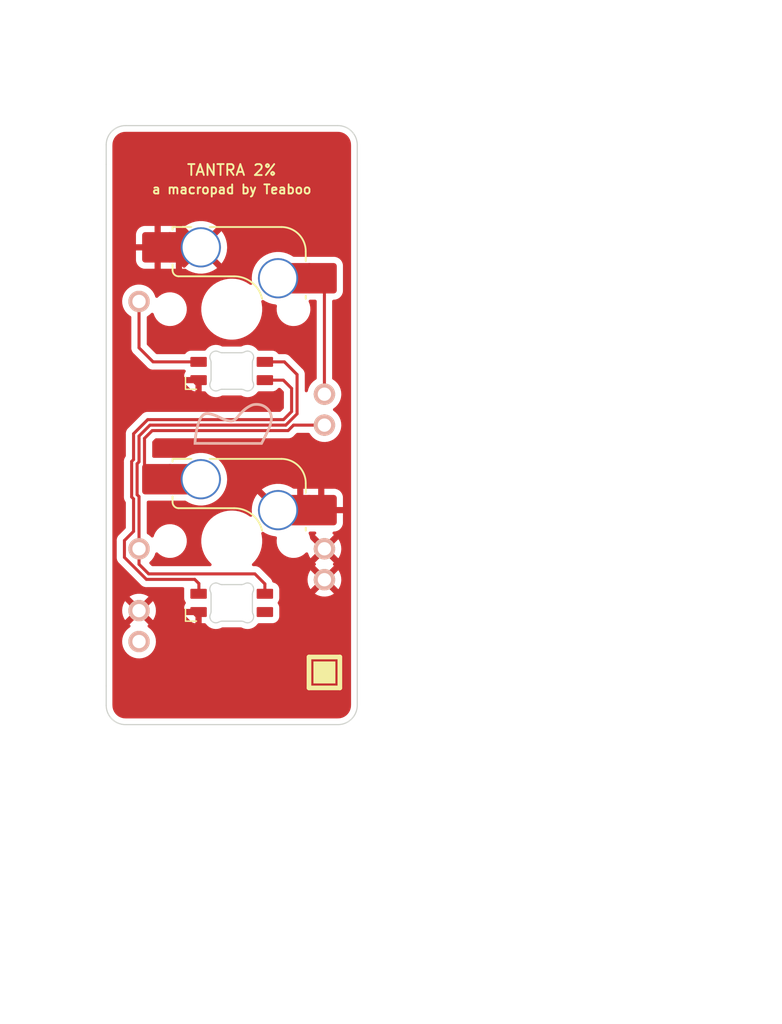
<source format=kicad_pcb>
(kicad_pcb (version 20211014) (generator pcbnew)
  (layers (0 "F.Cu" signal) (31 "B.Cu" signal) (34 "B.Paste" user) (35 "F.Paste" user) (36 "B.SilkS" user "B.Silkscreen") (37 "F.SilkS" user "F.Silkscreen") (38 "B.Mask" user) (39 "F.Mask" user) (44 "Edge.Cuts" user))
  (net 0 "")
  (net 1 "GND")
  (net 2 "vcc1")
  (net 3 "led 2")
  (net 4 "led 1")
  (net 5 "sw1")
  (net 6 "sw2")
  (footprint "keebio:ArduinoProMicro" (layer "F.Cu") (at 128.905 74.45375 90)
    (fp_text reference "U1" hide)
    (fp_text value "ProMicro" hide)
    (pad "3" thru_hole circle (at -8.89 7.62 90) (size 1.7526 1.7526) (drill 1.0922) (layers *.Cu *.SilkS *.Mask) (net 1 "GND"))
    (pad "4" thru_hole circle (at -6.35 7.62 90) (size 1.7526 1.7526) (drill 1.0922) (layers *.Cu *.SilkS *.Mask) (net 1 "GND"))
    (pad "8" thru_hole circle (at 3.81 7.62 90) (size 1.7526 1.7526) (drill 1.0922) (layers *.Cu *.SilkS *.Mask) (net 6 "sw2"))
    (pad "9" thru_hole circle (at 6.35 7.62 90) (size 1.7526 1.7526) (drill 1.0922) (layers *.Cu *.SilkS *.Mask) (net 5 "sw1"))
    (pad "13" thru_hole circle (at 13.97 -7.62 90) (size 1.7526 1.7526) (drill 1.0922) (layers *.Cu *.SilkS *.Mask) (net 4 "led 1"))
    (pad "21" thru_hole circle (at -6.35 -7.62 90) (size 1.7526 1.7526) (drill 1.0922) (layers *.Cu *.SilkS *.Mask) (net 2 "vcc1"))
    (pad "23" thru_hole circle (at -11.43 -7.62 90) (size 1.7526 1.7526) (drill 1.0922) (layers *.Cu *.SilkS *.Mask) (net 1 "GND"))
    (pad "24" thru_hole circle (at -13.97 -7.62 90) (size 1.7526 1.7526) (drill 1.0922) (layers *.Cu *.SilkS *.Mask))
  )
  (footprint "marbastlib-mx:SW_MX_HS_1u" (layer "F.Cu") (at 128.905 80.16875)
    (fp_text reference "SW2" hide)
    (fp_text value "MX_SW_HS" hide)
    (fp_line (start 4.085176 -6.75022) (end -1.814824 -6.75022) (layer "F.SilkS") (width 0.15))
    (fp_line (start -3.314824 -6.75022) (end -4.864824 -6.75022) (layer "F.SilkS") (width 0.15))
    (fp_line (start 6.085176 -1.10022) (end 6.085176 -0.86022) (layer "F.SilkS") (width 0.15))
    (fp_line (start -4.364824 -2.70022) (end 0.2 -2.70022) (layer "F.SilkS") (width 0.15))
    (fp_line (start -4.864824 -3.67022) (end -4.864824 -3.20022) (layer "F.SilkS") (width 0.15))
    (fp_line (start -4.864824 -6.75022) (end -4.864824 -6.52022) (layer "F.SilkS") (width 0.15))
    (fp_line (start 6.085176 -3.95022) (end 6.085176 -4.75022) (layer "F.SilkS") (width 0.15))
    (fp_arc (start 0.2 -2.70022) (mid 1.670693 -2.183637) (end 2.494322 -0.86022) (layer "F.SilkS") (width 0.15))
    (fp_arc (start 4.085176 -6.75022) (mid 5.499392 -6.164435) (end 6.085176 -4.75022) (layer "F.SilkS") (width 0.15))
    (fp_arc (start -4.364824 -2.70022) (mid -4.718377 -2.846667) (end -4.864824 -3.20022) (layer "F.SilkS") (width 0.15))
    (pad "" np_thru_hole circle (at -5.08 0) (size 1.75 1.75) (drill 1.75) (layers *.Cu *.Mask))
    (pad "" np_thru_hole circle (at 5.08 0) (size 1.75 1.75) (drill 1.75) (layers *.Cu *.Mask))
    (pad "" np_thru_hole circle (at 0 0) (size 3.9878 3.9878) (drill 3.9878) (layers *.Cu *.Mask))
    (pad "1" thru_hole circle (at 3.81 -2.54) (size 3.3 3.3) (drill 3) (layers *.Cu *.Mask) (net 1 "GND"))
    (pad "1" smd rect (at 5.635 -2.54 180) (size 1.65 2.5) (layers "F.Cu") (net 1 "GND"))
    (pad "1" smd roundrect (at 7.36 -2.54) (size 2.55 2.5) (layers "F.Cu" "F.Paste" "F.Mask") (roundrect_rratio 0.1) (net 1 "GND"))
    (pad "2" thru_hole circle (at -2.54 -5.08) (size 3.3 3.3) (drill 3) (layers *.Cu *.Mask) (net 6 "sw2"))
    (pad "2" smd rect (at -4.34 -5.08) (size 1.65 2.5) (layers "F.Cu") (net 6 "sw2"))
    (pad "2" smd roundrect (at -6.09 -5.08) (size 2.55 2.5) (layers "F.Cu" "F.Paste" "F.Mask") (roundrect_rratio 0.1) (net 6 "sw2"))
  )
  (footprint "marbastlib-mx:LED_MX_6028R" (layer "F.Cu") (at 128.905 66.19875)
    (fp_text reference "LED1" hide)
    (fp_text value "MX_SK6812MINI-E" hide)
    (fp_line (start -3.8 1.5) (end -2.9 1.5) (layer "F.SilkS") (width 0.12))
    (fp_line (start -3.8 0.5) (end -3.8 1.5) (layer "F.SilkS") (width 0.12))
    (fp_line (start -0.794452 1.499999) (end 0.794452 1.499999) (layer "Edge.Cuts") (width 0.1))
    (fp_line (start 0.794452 -1.5) (end -0.794453 -1.5) (layer "Edge.Cuts") (width 0.1))
    (fp_line (start 1.699999 0.702841) (end 1.699999 -0.702843) (layer "Edge.Cuts") (width 0.1))
    (fp_line (start -1.699999 -0.702843) (end -1.699999 0.702841) (layer "Edge.Cuts") (width 0.1))
    (fp_arc (start -0.794453 -1.5) (mid -0.925123 -1.517377) (end -1.046711 -1.568299) (layer "Edge.Cuts") (width 0.1))
    (fp_arc (start -1.046711 1.568298) (mid -1.638072 1.504034) (end -1.749484 0.919718) (layer "Edge.Cuts") (width 0.1))
    (fp_arc (start 1.749484 0.919719) (mid 1.712511 0.81407) (end 1.699999 0.702842) (layer "Edge.Cuts") (width 0.1))
    (fp_arc (start 1.699999 -0.702843) (mid 1.712528 -0.814069) (end 1.749484 -0.919721) (layer "Edge.Cuts") (width 0.1))
    (fp_arc (start -1.046711 1.568298) (mid -0.925123 1.517376) (end -0.794452 1.499999) (layer "Edge.Cuts") (width 0.1))
    (fp_arc (start -1.749484 -0.919721) (mid -1.638071 -1.504036) (end -1.046711 -1.568299) (layer "Edge.Cuts") (width 0.1))
    (fp_arc (start 1.046711 -1.5683) (mid 0.925123 -1.517378) (end 0.794453 -1.500001) (layer "Edge.Cuts") (width 0.1))
    (fp_arc (start -1.699999 0.702841) (mid -1.712527 0.814067) (end -1.749484 0.919719) (layer "Edge.Cuts") (width 0.1))
    (fp_arc (start 1.046711 -1.5683) (mid 1.638072 -1.504036) (end 1.749484 -0.919721) (layer "Edge.Cuts") (width 0.1))
    (fp_arc (start 1.749484 0.919719) (mid 1.63807 1.504033) (end 1.046711 1.568296) (layer "Edge.Cuts") (width 0.1))
    (fp_arc (start 0.794452 1.499999) (mid 0.925122 1.517376) (end 1.04671 1.568298) (layer "Edge.Cuts") (width 0.1))
    (fp_arc (start -1.749484 -0.919721) (mid -1.712527 -0.814069) (end -1.699999 -0.702844) (layer "Edge.Cuts") (width 0.1))
    (pad "1" smd roundrect (at 2.725 -0.75 90) (size 0.82 1.35) (layers "F.Cu" "F.Paste" "F.Mask") (roundrect_rratio 0.1) (net 2 "vcc1"))
    (pad "2" smd roundrect (at 2.725 0.75 90) (size 0.82 1.35) (layers "F.Cu" "F.Paste" "F.Mask") (roundrect_rratio 0.1) (net 3 "led 2"))
    (pad "3" smd roundrect (at -2.725 -0.75 90) (size 0.82 1.35) (layers "F.Cu" "F.Paste" "F.Mask") (roundrect_rratio 0.1) (net 4 "led 1"))
    (pad "4" smd roundrect (at -2.725 0.75 90) (size 0.82 1.35) (layers "F.Cu" "F.Paste" "F.Mask") (roundrect_rratio 0.1) (chamfer_ratio 0.5) (chamfer top_left) (net 1 "GND"))
  )
  (footprint "marbastlib-mx:SW_MX_HS_1u" (layer "F.Cu") (at 128.905 61.11875)
    (fp_text reference "SW1" hide)
    (fp_text value "MX_SW_HS" hide)
    (fp_line (start 6.085176 -1.10022) (end 6.085176 -0.86022) (layer "F.SilkS") (width 0.15))
    (fp_line (start 6.085176 -3.95022) (end 6.085176 -4.75022) (layer "F.SilkS") (width 0.15))
    (fp_line (start 4.085176 -6.75022) (end -1.814824 -6.75022) (layer "F.SilkS") (width 0.15))
    (fp_line (start -3.314824 -6.75022) (end -4.864824 -6.75022) (layer "F.SilkS") (width 0.15))
    (fp_line (start -4.864824 -3.67022) (end -4.864824 -3.20022) (layer "F.SilkS") (width 0.15))
    (fp_line (start -4.364824 -2.70022) (end 0.2 -2.70022) (layer "F.SilkS") (width 0.15))
    (fp_line (start -4.864824 -6.75022) (end -4.864824 -6.52022) (layer "F.SilkS") (width 0.15))
    (fp_arc (start 0.2 -2.70022) (mid 1.670693 -2.183637) (end 2.494322 -0.86022) (layer "F.SilkS") (width 0.15))
    (fp_arc (start 4.085176 -6.75022) (mid 5.499392 -6.164435) (end 6.085176 -4.75022) (layer "F.SilkS") (width 0.15))
    (fp_arc (start -4.364824 -2.70022) (mid -4.718377 -2.846667) (end -4.864824 -3.20022) (layer "F.SilkS") (width 0.15))
    (pad "" np_thru_hole circle (at -5.08 0) (size 1.75 1.75) (drill 1.75) (layers *.Cu *.Mask))
    (pad "" np_thru_hole circle (at 5.08 0) (size 1.75 1.75) (drill 1.75) (layers *.Cu *.Mask))
    (pad "" np_thru_hole circle (at 0 0) (size 3.9878 3.9878) (drill 3.9878) (layers *.Cu *.Mask))
    (pad "1" smd rect (at 5.635 -2.54 180) (size 1.65 2.5) (layers "F.Cu") (net 5 "sw1"))
    (pad "1" smd roundrect (at 7.36 -2.54) (size 2.55 2.5) (layers "F.Cu" "F.Paste" "F.Mask") (roundrect_rratio 0.1) (net 5 "sw1"))
    (pad "1" thru_hole circle (at 3.81 -2.54) (size 3.3 3.3) (drill 3) (layers *.Cu *.Mask) (net 5 "sw1"))
    (pad "2" smd roundrect (at -6.09 -5.08) (size 2.55 2.5) (layers "F.Cu" "F.Paste" "F.Mask") (roundrect_rratio 0.1) (net 1 "GND"))
    (pad "2" thru_hole circle (at -2.54 -5.08) (size 3.3 3.3) (drill 3) (layers *.Cu *.Mask) (net 1 "GND"))
    (pad "2" smd rect (at -4.34 -5.08) (size 1.65 2.5) (layers "F.Cu") (net 1 "GND"))
  )
  (footprint "keebio:ArduinoProMicro" (layer "F.Cu") (at 128.905 76.99375 90)
    (fp_text reference "U1" hide)
    (fp_text value "ProMicro" hide)
    (fp_line (start -15.24 6.35) (end -15.24 8.89) (layer "F.SilkS") (width 0.381))
    (fp_line (start -15.24 6.35) (end -12.7 6.35) (layer "F.SilkS") (width 0.381))
    (fp_line (start -12.7 6.35) (end -12.7 8.89) (layer "F.SilkS") (width 0.381))
    (fp_line (start -15.24 8.89) (end -12.7 8.89) (layer "F.SilkS") (width 0.381))
    (fp_rect (start -14.8463 6.7437) (end -13.0937 8.4963) (layer "F.SilkS") (width 0.05) (fill solid))
  )
  (footprint "marbastlib-mx:LED_MX_6028R" (layer "F.Cu") (at 128.905 85.24875)
    (fp_text reference "LED2" hide)
    (fp_text value "MX_SK6812MINI-E" hide)
    (fp_line (start -3.8 1.5) (end -2.9 1.5) (layer "F.SilkS") (width 0.12))
    (fp_line (start -3.8 0.5) (end -3.8 1.5) (layer "F.SilkS") (width 0.12))
    (fp_line (start 0.794452 -1.5) (end -0.794453 -1.5) (layer "Edge.Cuts") (width 0.1))
    (fp_line (start 1.699999 0.702841) (end 1.699999 -0.702843) (layer "Edge.Cuts") (width 0.1))
    (fp_line (start -0.794452 1.499999) (end 0.794452 1.499999) (layer "Edge.Cuts") (width 0.1))
    (fp_line (start -1.699999 -0.702843) (end -1.699999 0.702841) (layer "Edge.Cuts") (width 0.1))
    (fp_arc (start -1.046711 1.568298) (mid -0.925123 1.517376) (end -0.794452 1.499999) (layer "Edge.Cuts") (width 0.1))
    (fp_arc (start 1.046711 -1.5683) (mid 0.925123 -1.517378) (end 0.794453 -1.500001) (layer "Edge.Cuts") (width 0.1))
    (fp_arc (start 0.794452 1.499999) (mid 0.925122 1.517376) (end 1.04671 1.568298) (layer "Edge.Cuts") (width 0.1))
    (fp_arc (start 1.749484 0.919719) (mid 1.63807 1.504033) (end 1.046711 1.568296) (layer "Edge.Cuts") (width 0.1))
    (fp_arc (start -0.794453 -1.5) (mid -0.925123 -1.517377) (end -1.046711 -1.568299) (layer "Edge.Cuts") (width 0.1))
    (fp_arc (start 1.699999 -0.702843) (mid 1.712527 -0.814069) (end 1.749484 -0.919721) (layer "Edge.Cuts") (width 0.1))
    (fp_arc (start -1.749484 -0.919721) (mid -1.638071 -1.504035) (end -1.046711 -1.568299) (layer "Edge.Cuts") (width 0.1))
    (fp_arc (start 1.046711 -1.5683) (mid 1.638072 -1.504036) (end 1.749484 -0.919721) (layer "Edge.Cuts") (width 0.1))
    (fp_arc (start -1.749484 -0.919721) (mid -1.712527 -0.814069) (end -1.699999 -0.702844) (layer "Edge.Cuts") (width 0.1))
    (fp_arc (start -1.046711 1.568298) (mid -1.638072 1.504034) (end -1.749484 0.919718) (layer "Edge.Cuts") (width 0.1))
    (fp_arc (start 1.749484 0.919719) (mid 1.712517 0.81407) (end 1.699999 0.702842) (layer "Edge.Cuts") (width 0.1))
    (fp_arc (start -1.699999 0.702841) (mid -1.712527 0.814067) (end -1.749484 0.919719) (layer "Edge.Cuts") (width 0.1))
    (pad "1" smd roundrect (at 2.725 -0.75 90) (size 0.82 1.35) (layers "F.Cu" "F.Paste" "F.Mask") (roundrect_rratio 0.1) (net 2 "vcc1"))
    (pad "2" smd roundrect (at 2.725 0.75 90) (size 0.82 1.35) (layers "F.Cu" "F.Paste" "F.Mask") (roundrect_rratio 0.1))
    (pad "3" smd roundrect (at -2.725 -0.75 90) (size 0.82 1.35) (layers "F.Cu" "F.Paste" "F.Mask") (roundrect_rratio 0.1) (net 3 "led 2"))
    (pad "4" smd roundrect (at -2.725 0.75 90) (size 0.82 1.35) (layers "F.Cu" "F.Paste" "F.Mask") (roundrect_rratio 0.1) (chamfer_ratio 0.5) (chamfer top_left) (net 1 "GND"))
  )
  (footprint "logo:logo 1" (layer "B.Cu") (at 128.905 70.485 180)
    (fp_text reference "G***" hide)
    (fp_text value "LOGO" hide)
    (fp_poly (pts (xy -1.962025 1.655382) (xy -1.911528 1.652168) (xy -1.86228 1.647334) (xy -1.814708 1.640887) (xy -1.76924 1.632833) (xy -1.768542 1.632693) (xy -1.735168 1.625087) (xy -1.699946 1.615326) (xy -1.663034 1.603486) (xy -1.624592 1.589641) (xy -1.584778 1.573865) (xy -1.543753 1.556235) (xy -1.501676 1.536823) (xy -1.458704 1.515706) (xy -1.414998 1.492958) (xy -1.370717 1.468653) (xy -1.32602 1.442867) (xy -1.281067 1.415674) (xy -1.236015 1.38715) (xy -1.211274 1.370934) (xy -1.137121 1.319973) (xy -1.064294 1.26637) (xy -0.992914 1.210231) (xy -0.923104 1.151662) (xy -0.854989 1.09077) (xy -0.788689 1.02766) (xy -0.72433 0.96244) (xy -0.664326 0.897767) (xy -0.652914 0.885012) (xy -0.640875 0.871403) (xy -0.628087 0.8568) (xy -0.614432 0.841061) (xy -0.599789 0.824048) (xy -0.584039 0.80562) (xy -0.567063 0.785635) (xy -0.548739 0.763954) (xy -0.528949 0.740437) (xy -0.507572 0.714943) (xy -0.484489 0.687331) (xy -0.471708 0.672013) (xy -0.449607 0.645567) (xy -0.429319 0.621415) (xy -0.410794 0.599496) (xy -0.393982 0.579753) (xy -0.378834 0.562127) (xy -0.365298 0.54656) (xy -0.353326 0.532992) (xy -0.350588 0.529923) (xy -0.321985 0.498654) (xy -0.294439 0.470002) (xy -0.267779 0.443847) (xy -0.241839 0.420068) (xy -0.216451 0.398543) (xy -0.191446 0.379152) (xy -0.166656 0.361773) (xy -0.141914 0.346284) (xy -0.11705 0.332566) (xy -0.091898 0.320496) (xy -0.06629 0.309954) (xy -0.040056 0.300818) (xy -0.027655 0.297032) (xy -0.017298 0.294052) (xy -0.008373 0.291649) (xy -0.000367 0.289761) (xy 0.007235 0.288329) (xy 0.014946 0.287291) (xy 0.023281 0.286586) (xy 0.032753 0.286154) (xy 0.043878 0.285933) (xy 0.057168 0.285864) (xy 0.066752 0.285871) (xy 0.081483 0.285937) (xy 0.093801 0.286091) (xy 0.104288 0.286361) (xy 0.113531 0.286774) (xy 0.122113 0.287357) (xy 0.130619 0.288137) (xy 0.139635 0.289141) (xy 0.141003 0.289305) (xy 0.18872 0.296078) (xy 0.238295 0.305101) (xy 0.289634 0.316346) (xy 0.342645 0.329784) (xy 0.397234 0.345388) (xy 0.453307 0.363128) (xy 0.510773 0.382976) (xy 0.569536 0.404904) (xy 0.629504 0.428883) (xy 0.690584 0.454885) (xy 0.705014 0.461253) (xy 0.718373 0.467224) (xy 0.731638 0.473234) (xy 0.745101 0.479422) (xy 0.759056 0.485928) (xy 0.773794 0.49289) (xy 0.789608 0.500448) (xy 0.806788 0.508742) (xy 0.825629 0.51791) (xy 0.846421 0.528091) (xy 0.869458 0.539426) (xy 0.881268 0.545252) (xy 0.926494 0.567473) (xy 0.969342 0.588291) (xy 1.010029 0.607802) (xy 1.048776 0.626102) (xy 1.085802 0.643286) (xy 1.121327 0.659449) (xy 1.155571 0.674688) (xy 1.188754 0.689098) (xy 1.221094 0.702775) (xy 1.252812 0.715813) (xy 1.284128 0.728309) (xy 1.31526 0.740357) (xy 1.34643 0.752055) (xy 1.377855 0.763496) (xy 1.405713 0.773365) (xy 1.467231 0.794061) (xy 1.529181 0.813273) (xy 1.591237 0.830925) (xy 1.653074 0.846941) (xy 1.714367 0.861244) (xy 1.77479 0.873758) (xy 1.834019 0.884408) (xy 1.891729 0.893118) (xy 1.944789 0.899519) (xy 1.955442 0.900422) (xy 1.968241 0.901155) (xy 1.982696 0.901718) (xy 1.998321 0.902111) (xy 2.014627 0.902332) (xy 2.031126 0.902383) (xy 2.047331 0.902264) (xy 2.062753 0.901973) (xy 2.076906 0.90151) (xy 2.0893 0.900877) (xy 2.099448 0.900072) (xy 2.103792 0.89957) (xy 2.127258 0.896115) (xy 2.148603 0.892279) (xy 2.168698 0.887867) (xy 2.188416 0.882681) (xy 2.208629 0.876527) (xy 2.213294 0.875002) (xy 2.251493 0.860803) (xy 2.289023 0.843685) (xy 2.325873 0.823658) (xy 2.362033 0.800728) (xy 2.397495 0.774904) (xy 2.432249 0.746194) (xy 2.466284 0.714606) (xy 2.499591 0.680149) (xy 2.532162 0.64283) (xy 2.563985 0.602658) (xy 2.595052 0.55964) (xy 2.606208 0.543222) (xy 2.63622 0.496328) (xy 2.665489 0.446535) (xy 2.694012 0.393851) (xy 2.721786 0.338284) (xy 2.748809 0.279841) (xy 2.775078 0.21853) (xy 2.80059 0.154359) (xy 2.825344 0.087337) (xy 2.849335 0.017471) (xy 2.872563 -0.055232) (xy 2.895024 -0.130763) (xy 2.916716 -0.209114) (xy 2.937636 -0.290277) (xy 2.957781 -0.374246) (xy 2.97715 -0.461011) (xy 2.995739 -0.550564) (xy 3.013546 -0.642899) (xy 3.030568 -0.738007) (xy 3.039805 -0.792766) (xy 3.053092 -0.875557) (xy 3.065221 -0.956042) (xy 3.07624 -1.034664) (xy 3.086199 -1.111862) (xy 3.095145 -1.188079) (xy 3.103126 -1.263756) (xy 3.110192 -1.339334) (xy 3.116391 -1.415255) (xy 3.12177 -1.49196) (xy 3.12638 -1.569889) (xy 3.127554 -1.592282) (xy 3.128041 -1.602144) (xy 3.128579 -1.613591) (xy 3.129156 -1.626318) (xy 3.129759 -1.640019) (xy 3.130377 -1.65439) (xy 3.130997 -1.669126) (xy 3.131608 -1.683922) (xy 3.132196 -1.698472) (xy 3.13275 -1.712473) (xy 3.133257 -1.725618) (xy 3.133706 -1.737603) (xy 3.134084 -1.748123) (xy 3.134379 -1.756873) (xy 3.134578 -1.763549) (xy 3.13467 -1.767844) (xy 3.134642 -1.769454) (xy 3.13464 -1.769457) (xy 3.13314 -1.769469) (xy 3.128696 -1.769483) (xy 3.121365 -1.769501) (xy 3.111204 -1.769522) (xy 3.098269 -1.769545) (xy 3.082617 -1.769572) (xy 3.064304 -1.769602) (xy 3.043387 -1.769635) (xy 3.019922 -1.76967) (xy 2.993966 -1.769708) (xy 2.965575 -1.769749) (xy 2.934806 -1.769793) (xy 2.901716 -1.769839) (xy 2.866361 -1.769887) (xy 2.828797 -1.769938) (xy 2.789082 -1.769991) (xy 2.747271 -1.770047) (xy 2.703422 -1.770104) (xy 2.65759 -1.770164) (xy 2.609832 -1.770226) (xy 2.560206 -1.77029) (xy 2.508767 -1.770356) (xy 2.455572 -1.770423) (xy 2.400677 -1.770493) (xy 2.344139 -1.770564) (xy 2.286015 -1.770637) (xy 2.226361 -1.770711) (xy 2.165234 -1.770787) (xy 2.10269 -1.770865) (xy 2.038786 -1.770944) (xy 1.973578 -1.771024) (xy 1.907124 -1.771106) (xy 1.839478 -1.771188) (xy 1.770699 -1.771272) (xy 1.700842 -1.771357) (xy 1.629964 -1.771443) (xy 1.558121 -1.77153) (xy 1.485371 -1.771618) (xy 1.41177 -1.771706) (xy 1.337374 -1.771796) (xy 1.262239 -1.771886) (xy 1.186423 -1.771976) (xy 1.109982 -1.772068) (xy 1.032973 -1.772159) (xy 0.955451 -1.772251) (xy 0.877474 -1.772344) (xy 0.799098 -1.772437) (xy 0.720379 -1.77253) (xy 0.641375 -1.772623) (xy 0.562141 -1.772716) (xy 0.482735 -1.772809) (xy 0.403212 -1.772902) (xy 0.32363 -1.772995) (xy 0.244045 -1.773088) (xy 0.164513 -1.773181) (xy 0.085092 -1.773273) (xy 0.005836 -1.773365) (xy -0.073196 -1.773456) (xy -0.151948 -1.773547) (xy -0.230365 -1.773638) (xy -0.308388 -1.773727) (xy -0.385963 -1.773816) (xy -0.463031 -1.773905) (xy -0.539537 -1.773992) (xy -0.615424 -1.774078) (xy -0.690636 -1.774164) (xy -0.765116 -1.774248) (xy -0.838807 -1.774332) (xy -0.911653 -1.774414) (xy -0.983598 -1.774495) (xy -1.054584 -1.774575) (xy -1.124555 -1.774653) (xy -1.193456 -1.77473) (xy -1.261228 -1.774805) (xy -1.327816 -1.774879) (xy -1.393163 -1.774951) (xy -1.457213 -1.775021) (xy -1.519908 -1.77509) (xy -1.581193 -1.775157) (xy -1.641011 -1.775222) (xy -1.699305 -1.775285) (xy -1.756019 -1.775345) (xy -1.811097 -1.775404) (xy -1.864481 -1.775461) (xy -1.916115 -1.775515) (xy -1.965942 -1.775567) (xy -2.013907 -1.775617) (xy -2.059953 -1.775664) (xy -2.104022 -1.775709) (xy -2.146059 -1.775751) (xy -2.186006 -1.775791) (xy -2.223808 -1.775828) (xy -2.259408 -1.775862) (xy -2.292749 -1.775893) (xy -2.323774 -1.775922) (xy -2.352428 -1.775947) (xy -2.378654 -1.77597) (xy -2.402394 -1.775989) (xy -2.423593 -1.776005) (xy -2.442194 -1.776018) (xy -2.45814 -1.776028) (xy -2.471375 -1.776034) (xy -2.481843 -1.776037) (xy -2.485814 -1.776037) (xy -2.516829 -1.776035) (xy -2.521264 -1.76816) (xy -2.524867 -1.761644) (xy -2.529753 -1.752623) (xy -2.535836 -1.74126) (xy -2.543031 -1.72772) (xy -2.551254 -1.712166) (xy -2.560417 -1.694765) (xy -2.570437 -1.675679) (xy -2.581228 -1.655072) (xy -2.592705 -1.63311) (xy -2.604782 -1.609956) (xy -2.617373 -1.585775) (xy -2.630395 -1.560731) (xy -2.643761 -1.534988) (xy -2.657386 -1.50871) (xy -2.671184 -1.482062) (xy -2.685072 -1.455208) (xy -2.698962 -1.428313) (xy -2.71277 -1.401539) (xy -2.726411 -1.375053) (xy -2.739799 -1.349017) (xy -2.752848 -1.323597) (xy -2.765475 -1.298956) (xy -2.777593 -1.275259) (xy -2.789116 -1.25267) (xy -2.79568 -1.239775) (xy -2.827359 -1.177348) (xy -2.857611 -1.117442) (xy -2.886481 -1.059965) (xy -2.914012 -1.004824) (xy -2.940247 -0.951924) (xy -2.965231 -0.901172) (xy -2.989007 -0.852476) (xy -3.011619 -0.805741) (xy -3.033109 -0.760874) (xy -3.053523 -0.717782) (xy -3.072904 -0.676371) (xy -3.091295 -0.636548) (xy -3.10874 -0.59822) (xy -3.125282 -0.561293) (xy -3.140966 -0.525674) (xy -3.155834 -0.491269) (xy -3.169931 -0.457985) (xy -3.183301 -0.425729) (xy -3.195986 -0.394408) (xy -3.208031 -0.363927) (xy -3.219479 -0.334193) (xy -3.221633 -0.328507) (xy -3.2478 -0.256704) (xy -3.271444 -0.186447) (xy -3.292573 -0.117672) (xy -3.311194 -0.050312) (xy -3.327313 0.0157) (xy -3.340939 0.080428) (xy -3.352077 0.14394) (xy -3.360736 0.206301) (xy -3.366922 0.267578) (xy -3.370642 0.327835) (xy -3.371894 0.386737) (xy -3.14696 0.386737) (xy -3.145646 0.329373) (xy -3.14173 0.272255) (xy -3.136976 0.227952) (xy -3.130665 0.182749) (xy -3.122769 0.136553) (xy -3.113258 0.089272) (xy -3.102103 0.040814) (xy -3.089275 -0.008915) (xy -3.074744 -0.060007) (xy -3.058481 -0.112553) (xy -3.040457 -0.166647) (xy -3.020642 -0.222381) (xy -2.999008 -0.279847) (xy -2.975524 -0.339139) (xy -2.950162 -0.400347) (xy -2.922892 -0.463566) (xy -2.893685 -0.528887) (xy -2.875156 -0.569262) (xy -2.863246 -0.594784) (xy -2.850011 -0.622789) (xy -2.835534 -0.653111) (xy -2.819899 -0.685581) (xy -2.80319 -0.720035) (xy -2.785489 -0.756305) (xy -2.766881 -0.794226) (xy -2.747449 -0.833629) (xy -2.727275 -0.87435) (xy -2.706444 -0.916221) (xy -2.685039 -0.959077) (xy -2.663143 -1.002749) (xy -2.64084 -1.047073) (xy -2.618213 -1.091882) (xy -2.595346 -1.137008) (xy -2.572322 -1.182286) (xy -2.549224 -1.227548) (xy -2.526136 -1.27263) (xy -2.503141 -1.317363) (xy -2.480323 -1.361582) (xy -2.457765 -1.40512) (xy -2.43555 -1.44781) (xy -2.422182 -1.473404) (xy -2.381579 -1.551031) (xy -2.355187 -1.550998) (xy -2.352796 -1.550996) (xy -2.347454 -1.55099) (xy -2.33921 -1.55098) (xy -2.328111 -1.550968) (xy -2.314208 -1.550953) (xy -2.297548 -1.550934) (xy -2.278181 -1.550913) (xy -2.256155 -1.550888) (xy -2.231519 -1.550861) (xy -2.204322 -1.550831) (xy -2.174613 -1.550798) (xy -2.14244 -1.550762) (xy -2.107852 -1.550724) (xy -2.070897 -1.550683) (xy -2.031626 -1.550639) (xy -1.990086 -1.550593) (xy -1.946325 -1.550545) (xy -1.900394 -1.550494) (xy -1.85234 -1.550441) (xy -1.802213 -1.550385) (xy -1.750061 -1.550327) (xy -1.695933 -1.550267) (xy -1.639878 -1.550205) (xy -1.581944 -1.550141) (xy -1.52218 -1.550075) (xy -1.460635 -1.550007) (xy -1.397358 -1.549937) (xy -1.332398 -1.549865) (xy -1.265802 -1.549791) (xy -1.197621 -1.549716) (xy -1.127902 -1.549639) (xy -1.056696 -1.54956) (xy -0.984049 -1.54948) (xy -0.910011 -1.549398) (xy -0.834632 -1.549314) (xy -0.757958 -1.54923) (xy -0.680041 -1.549143) (xy -0.600927 -1.549056) (xy -0.520666 -1.548967) (xy -0.439307 -1.548877) (xy -0.356898 -1.548786) (xy -0.273488 -1.548694) (xy -0.189127 -1.5486) (xy -0.103862 -1.548506) (xy -0.017742 -1.548411) (xy 0.069183 -1.548315) (xy 0.156866 -1.548218) (xy 0.245256 -1.54812) (xy 0.284803 -1.548076) (xy 0.373382 -1.547978) (xy 0.461247 -1.54788) (xy 0.54835 -1.547781) (xy 0.634642 -1.547683) (xy 0.720076 -1.547585) (xy 0.804603 -1.547488) (xy 0.888176 -1.54739) (xy 0.970746 -1.547293) (xy 1.052265 -1.547197) (xy 1.132685 -1.547101) (xy 1.211958 -1.547006) (xy 1.290035 -1.546911) (xy 1.366869 -1.546817) (xy 1.442412 -1.546724) (xy 1.516614 -1.546632) (xy 1.589429 -1.54654) (xy 1.660808 -1.54645) (xy 1.730702 -1.54636) (xy 1.799065 -1.546272) (xy 1.865847 -1.546185) (xy 1.931001 -1.546099) (xy 1.994478 -1.546015) (xy 2.05623 -1.545932) (xy 2.116209 -1.54585) (xy 2.174368 -1.54577) (xy 2.230657 -1.545692) (xy 2.285029 -1.545615) (xy 2.337436 -1.54554) (xy 2.387829 -1.545466) (xy 2.43616 -1.545395) (xy 2.482382 -1.545325) (xy 2.526446 -1.545258) (xy 2.568303 -1.545192) (xy 2.607907 -1.545129) (xy 2.645208 -1.545067) (xy 2.680159 -1.545008) (xy 2.712711 -1.544952) (xy 2.742817 -1.544897) (xy 2.770428 -1.544846) (xy 2.795496 -1.544796) (xy 2.817973 -1.544749) (xy 2.83781 -1.544705) (xy 2.854961 -1.544664) (xy 2.869375 -1.544625) (xy 2.881007 -1.544589) (xy 2.889806 -1.544556) (xy 2.895726 -1.544527) (xy 2.898718 -1.5445) (xy 2.899101 -1.544487) (xy 2.899264 -1.543252) (xy 2.899243 -1.539975) (xy 2.899032 -1.534545) (xy 2.898622 -1.526847) (xy 2.898007 -1.516769) (xy 2.89718 -1.504197) (xy 2.896134 -1.489019) (xy 2.894862 -1.471121) (xy 2.893356 -1.45039) (xy 2.892706 -1.441529) (xy 2.886597 -1.36553) (xy 2.879391 -1.288333) (xy 2.871133 -1.210198) (xy 2.861869 -1.131387) (xy 2.851643 -1.052161) (xy 2.840501 -0.972781) (xy 2.828489 -0.893508) (xy 2.815652 -0.814604) (xy 2.802036 -0.73633) (xy 2.787685 -0.658946) (xy 2.772646 -0.582714) (xy 2.756963 -0.507896) (xy 2.740682 -0.434752) (xy 2.723849 -0.363543) (xy 2.706509 -0.294531) (xy 2.688707 -0.227977) (xy 2.670723 -0.164935) (xy 2.650569 -0.098865) (xy 2.629821 -0.035327) (xy 2.608492 0.025657) (xy 2.586597 0.084064) (xy 2.564151 0.139874) (xy 2.541169 0.193065) (xy 2.517664 0.243614) (xy 2.493651 0.291499) (xy 2.469145 0.3367) (xy 2.444159 0.379194) (xy 2.418709 0.418958) (xy 2.392809 0.455973) (xy 2.366473 0.490215) (xy 2.339716 0.521662) (xy 2.312552 0.550294) (xy 2.284996 0.576087) (xy 2.257062 0.599021) (xy 2.228764 0.619074) (xy 2.200118 0.636223) (xy 2.171136 0.650446) (xy 2.141835 0.661723) (xy 2.119279 0.668329) (xy 2.108249 0.67096) (xy 2.097867 0.673037) (xy 2.087495 0.674633) (xy 2.076492 0.675822) (xy 2.064222 0.676676) (xy 2.050044 0.677268) (xy 2.03854 0.677569) (xy 2.019661 0.677728) (xy 2.000893 0.677361) (xy 1.981823 0.676427) (xy 1.962035 0.674887) (xy 1.941114 0.672703) (xy 1.918646 0.669835) (xy 1.894216 0.666245) (xy 1.867409 0.661891) (xy 1.860787 0.660765) (xy 1.790058 0.647401) (xy 1.718624 0.631426) (xy 1.646415 0.612819) (xy 1.573362 0.591558) (xy 1.499395 0.567623) (xy 1.424445 0.540991) (xy 1.348442 0.511643) (xy 1.281508 0.483925) (xy 1.267221 0.477813) (xy 1.253646 0.471972) (xy 1.240603 0.466317) (xy 1.227912 0.460764) (xy 1.215395 0.45523) (xy 1.202872 0.449628) (xy 1.190164 0.443876) (xy 1.17709 0.437888) (xy 1.163473 0.431581) (xy 1.149131 0.424869) (xy 1.133887 0.41767) (xy 1.11756 0.409898) (xy 1.099971 0.401468) (xy 1.080941 0.392298) (xy 1.06029 0.382302) (xy 1.037839 0.371395) (xy 1.013408 0.359495) (xy 0.986818 0.346515) (xy 0.95789 0.332373) (xy 0.927769 0.317631) (xy 0.897308 0.302803) (xy 0.869053 0.289233) (xy 0.842579 0.276731) (xy 0.817466 0.265107) (xy 0.793291 0.254171) (xy 0.769631 0.243733) (xy 0.746065 0.233601) (xy 0.722171 0.223586) (xy 0.697525 0.213496) (xy 0.690764 0.210766) (xy 0.634603 0.188816) (xy 0.579007 0.168418) (xy 0.524154 0.149624) (xy 0.470227 0.132482) (xy 0.417404 0.117043) (xy 0.365868 0.103357) (xy 0.315797 0.091472) (xy 0.267373 0.08144) (xy 0.220777 0.07331) (xy 0.176188 0.067132) (xy 0.167254 0.066105) (xy 0.145579 0.063858) (xy 0.125985 0.062186) (xy 0.107616 0.061049) (xy 0.089617 0.060406) (xy 0.07113 0.060216) (xy 0.051302 0.06044) (xy 0.048751 0.060493) (xy 0.030118 0.061017) (xy 0.013847 0.061762) (xy -0.000697 0.062807) (xy -0.014148 0.064231) (xy -0.027142 0.066113) (xy -0.040311 0.068532) (xy -0.054293 0.071566) (xy -0.069055 0.075129) (xy -0.111473 0.087245) (xy -0.153305 0.102232) (xy -0.194567 0.120103) (xy -0.235278 0.140867) (xy -0.275454 0.164536) (xy -0.315113 0.191121) (xy -0.354272 0.220631) (xy -0.392949 0.253079) (xy -0.431162 0.288476) (xy -0.465091 0.322779) (xy -0.47528 0.333521) (xy -0.48487 0.343694) (xy -0.494018 0.35348) (xy -0.502882 0.363061) (xy -0.511621 0.372616) (xy -0.520392 0.382328) (xy -0.529352 0.392376) (xy -0.53866 0.402943) (xy -0.548473 0.414209) (xy -0.55895 0.426356) (xy -0.570247 0.439564) (xy -0.582524 0.454015) (xy -0.595936 0.469889) (xy -0.610644 0.487368) (xy -0.626803 0.506633) (xy -0.644573 0.527865) (xy -0.662244 0.54901) (xy -0.683634 0.574596) (xy -0.703272 0.59803) (xy -0.721304 0.619485) (xy -0.737877 0.639132) (xy -0.753139 0.657142) (xy -0.767236 0.673687) (xy -0.780316 0.688937) (xy -0.792526 0.703063) (xy -0.804012 0.716237) (xy -0.814922 0.728631) (xy -0.825403 0.740415) (xy -0.835602 0.75176) (xy -0.845666 0.762838) (xy -0.850099 0.767682) (xy -0.905285 0.826021) (xy -0.962424 0.882849) (xy -1.021319 0.93801) (xy -1.081774 0.991349) (xy -1.143592 1.042711) (xy -1.206579 1.09194) (xy -1.270537 1.138882) (xy -1.33527 1.183381) (xy -1.400583 1.225281) (xy -1.466279 1.264427) (xy -1.504529 1.285836) (xy -1.535388 1.3023) (xy -1.566394 1.318079) (xy -1.597285 1.333062) (xy -1.627797 1.347142) (xy -1.657669 1.360209) (xy -1.686638 1.372155) (xy -1.714441 1.38287) (xy -1.740815 1.392245) (xy -1.765498 1.400173) (xy -1.788228 1.406543) (xy -1.805285 1.410541) (xy -1.840447 1.417085) (xy -1.877909 1.422488) (xy -1.917187 1.426727) (xy -1.957797 1.429779) (xy -1.999256 1.43162) (xy -2.041079 1.432228) (xy -2.082783 1.43158) (xy -2.123884 1.429653) (xy -2.155542 1.427217) (xy -2.215002 1.42042) (xy -2.273252 1.410976) (xy -2.330239 1.398907) (xy -2.385913 1.384232) (xy -2.440222 1.366971) (xy -2.493113 1.347145) (xy -2.544536 1.324773) (xy -2.594439 1.299876) (xy -2.64277 1.272474) (xy -2.689476 1.242586) (xy -2.734508 1.210234) (xy -2.756304 1.1932) (xy -2.782677 1.171304) (xy -2.809437 1.147736) (xy -2.836056 1.123013) (xy -2.862004 1.09765) (xy -2.886752 1.07216) (xy -2.909769 1.047061) (xy -2.926916 1.027209) (xy -2.95899 0.986594) (xy -2.988609 0.944296) (xy -3.015752 0.900381) (xy -3.040402 0.854913) (xy -3.06254 0.80796) (xy -3.082148 0.759586) (xy -3.099205 0.709858) (xy -3.113694 0.658842) (xy -3.125597 0.606603) (xy -3.134893 0.553207) (xy -3.141565 0.49872) (xy -3.145593 0.443208) (xy -3.14696 0.386737) (xy -3.371894 0.386737) (xy -3.371903 0.38714) (xy -3.370713 0.445558) (xy -3.367078 0.503156) (xy -3.361007 0.559999) (xy -3.352504 0.616154) (xy -3.341579 0.671686) (xy -3.332975 0.708306) (xy -3.317464 0.764855) (xy -3.299643 0.819722) (xy -3.279463 0.872989) (xy -3.25687 0.924739) (xy -3.231814 0.975052) (xy -3.204244 1.024012) (xy -3.174108 1.0717) (xy -3.141356 1.118197) (xy -3.105936 1.163587) (xy -3.067796 1.20795) (xy -3.026887 1.251369) (xy -2.983156 1.293926) (xy -2.946058 1.327447) (xy -2.897563 1.368009) (xy -2.84785 1.405861) (xy -2.796882 1.441018) (xy -2.744624 1.473498) (xy -2.69104 1.503318) (xy -2.636094 1.530493) (xy -2.579751 1.55504) (xy -2.521973 1.576976) (xy -2.462725 1.596318) (xy -2.401972 1.613081) (xy -2.339677 1.627283) (xy -2.275805 1.63894) (xy -2.267294 1.640283) (xy -2.21828 1.646925) (xy -2.167951 1.651908) (xy -2.116733 1.655239) (xy -2.065055 1.656924) (xy -2.013343 1.656969)) (layer "B.SilkS") (width 0) (fill solid))
  )
  (gr_line (start 139.22375 92.075) (end 139.22375 49.2125) (layer "Edge.Cuts") (width 0.1))
  (gr_arc (start 118.58625 47.625) (mid 119.051218 46.502468) (end 120.17375 46.0375) (layer "Edge.Cuts") (width 0.1))
  (gr_arc (start 137.63625 46.0375) (mid 138.758782 46.502468) (end 139.22375 47.625) (layer "Edge.Cuts") (width 0.1))
  (gr_line (start 118.58625 49.2125) (end 118.58625 92.075) (layer "Edge.Cuts") (width 0.1))
  (gr_line (start 120.17375 95.25) (end 137.63625 95.25) (layer "Edge.Cuts") (width 0.1))
  (gr_line (start 118.58625 49.2125) (end 118.58625 47.625) (layer "Edge.Cuts") (width 0.1))
  (gr_line (start 139.22375 92.075) (end 139.22375 93.6625) (layer "Edge.Cuts") (width 0.1))
  (gr_line (start 137.63625 46.0375) (end 120.17375 46.0375) (layer "Edge.Cuts") (width 0.1))
  (gr_arc (start 120.17375 95.25) (mid 119.051218 94.785032) (end 118.58625 93.6625) (layer "Edge.Cuts") (width 0.1))
  (gr_line (start 118.58625 92.075) (end 118.58625 93.6625) (layer "Edge.Cuts") (width 0.1))
  (gr_line (start 139.22375 49.2125) (end 139.22375 47.625) (layer "Edge.Cuts") (width 0.1))
  (gr_arc (start 139.22375 93.6625) (mid 138.758782 94.785032) (end 137.63625 95.25) (layer "Edge.Cuts") (width 0.1))
  (gr_text "a macropad by Teaboo" (at 128.905 51.27625) (layer "F.SilkS") (effects (font (size 0.75 0.75))))
  (gr_text "TANTRA 2%" (at 128.905 49.68875) (layer "F.SilkS") (effects (font (size 0.9 0.9))))
  (segment (start 131.63 83.6875) (end 130.81 82.8675) (width 0.25) (layer "F.Cu") (net 2))
  (segment (start 121.285 82.07375) (end 121.285 80.80375) (width 0.25) (layer "F.Cu") (net 2))
  (segment (start 133.351396 70.64375) (end 122.183604 70.64375) (width 0.25) (layer "F.Cu") (net 2))
  (segment (start 121.285 71.542354) (end 121.285 73.66) (width 0.25) (layer "F.Cu") (net 2))
  (segment (start 130.81 82.8675) (end 122.07875 82.8675) (width 0.25) (layer "F.Cu") (net 2))
  (segment (start 134.27625 69.718896) (end 133.351396 70.64375) (width 0.25) (layer "F.Cu") (net 2))
  (segment (start 121.12625 73.81875) (end 121.12625 76.35875) (width 0.25) (layer "F.Cu") (net 2))
  (segment (start 133.235 65.44875) (end 134.27625 66.49) (width 0.25) (layer "F.Cu") (net 2))
  (segment (start 121.12625 76.35875) (end 121.285 76.5175) (width 0.25) (layer "F.Cu") (net 2))
  (segment (start 121.285 76.5175) (end 121.285 80.80375) (width 0.25) (layer "F.Cu") (net 2))
  (segment (start 131.63 84.49875) (end 131.63 83.6875) (width 0.25) (layer "F.Cu") (net 2))
  (segment (start 121.285 73.66) (end 121.12625 73.81875) (width 0.25) (layer "F.Cu") (net 2))
  (segment (start 131.63 65.44875) (end 133.235 65.44875) (width 0.25) (layer "F.Cu") (net 2))
  (segment (start 134.27625 66.49) (end 134.27625 69.718896) (width 0.25) (layer "F.Cu") (net 2))
  (segment (start 122.183604 70.64375) (end 121.285 71.542354) (width 0.25) (layer "F.Cu") (net 2))
  (segment (start 122.07875 82.8675) (end 121.285 82.07375) (width 0.25) (layer "F.Cu") (net 2))
  (segment (start 120.835 76.703896) (end 120.67625 76.545146) (width 0.25) (layer "F.Cu") (net 3))
  (segment (start 120.0837 81.508846) (end 120.0837 80.1263) (width 0.25) (layer "F.Cu") (net 3))
  (segment (start 133.1475 66.94875) (end 131.63 66.94875) (width 0.25) (layer "F.Cu") (net 3))
  (segment (start 120.835 79.375) (end 120.835 76.703896) (width 0.25) (layer "F.Cu") (net 3))
  (segment (start 126.20625 84.4725) (end 126.18 84.49875) (width 0.25) (layer "F.Cu") (net 3))
  (segment (start 129.51375 70.19375) (end 121.997208 70.19375) (width 0.25) (layer "F.Cu") (net 3))
  (segment (start 121.892354 83.3175) (end 125.8625 83.3175) (width 0.25) (layer "F.Cu") (net 3))
  (segment (start 133.82625 67.6275) (end 133.1475 66.94875) (width 0.25) (layer "F.Cu") (net 3))
  (segment (start 121.892354 83.3175) (end 120.0837 81.508846) (width 0.25) (layer "F.Cu") (net 3))
  (segment (start 121.997208 70.19375) (end 120.835 71.355958) (width 0.25) (layer "F.Cu") (net 3))
  (segment (start 120.0837 80.1263) (end 120.835 79.375) (width 0.25) (layer "F.Cu") (net 3))
  (segment (start 120.67625 76.545146) (end 120.67625 73.632354) (width 0.25) (layer "F.Cu") (net 3))
  (segment (start 133.165 70.19375) (end 129.51375 70.19375) (width 0.25) (layer "F.Cu") (net 3))
  (segment (start 126.20625 83.66125) (end 126.20625 84.4725) (width 0.25) (layer "F.Cu") (net 3))
  (segment (start 125.8625 83.3175) (end 126.20625 83.66125) (width 0.25) (layer "F.Cu") (net 3))
  (segment (start 133.165 70.19375) (end 133.82625 69.5325) (width 0.25) (layer "F.Cu") (net 3))
  (segment (start 133.82625 69.5325) (end 133.82625 67.6275) (width 0.25) (layer "F.Cu") (net 3))
  (segment (start 120.835 73.473604) (end 120.835 71.355958) (width 0.25) (layer "F.Cu") (net 3))
  (segment (start 120.67625 73.632354) (end 120.835 73.473604) (width 0.25) (layer "F.Cu") (net 3))
  (segment (start 121.285 64.29375) (end 121.285 60.48375) (width 0.25) (layer "F.Cu") (net 4))
  (segment (start 126.18 65.44875) (end 122.44 65.44875) (width 0.25) (layer "F.Cu") (net 4))
  (segment (start 122.44 65.44875) (end 121.285 64.29375) (width 0.25) (layer "F.Cu") (net 4))
  (segment (start 136.265 58.57875) (end 136.525 58.83875) (width 0.25) (layer "F.Cu") (net 5))
  (segment (start 136.525 58.83875) (end 136.525 68.10375) (width 0.25) (layer "F.Cu") (net 5))
  (segment (start 133.537792 71.09375) (end 122.37 71.09375) (width 0.25) (layer "F.Cu") (net 6))
  (segment (start 121.735 71.72875) (end 121.735 74.00875) (width 0.25) (layer "F.Cu") (net 6))
  (segment (start 121.735 74.00875) (end 122.815 75.08875) (width 0.25) (layer "F.Cu") (net 6))
  (segment (start 133.987792 70.64375) (end 133.537792 71.09375) (width 0.25) (layer "F.Cu") (net 6))
  (segment (start 136.525 70.64375) (end 133.987792 70.64375) (width 0.25) (layer "F.Cu") (net 6))
  (segment (start 122.37 71.09375) (end 121.735 71.72875) (width 0.25) (layer "F.Cu") (net 6))
  (zone (net 1) (net_name "GND") (layer "F.Cu") (connect_pads (clearance 0.508)) (min_thickness 0.254) (fill yes (thermal_gap 0.508) (thermal_bridge_width 0.508))
    (polygon (pts (xy 174.14875 35.71875) (xy 159.0675 119.85625) (xy 111.4425 103.98125) (xy 109.855 39.6875)))
  )
)
</source>
